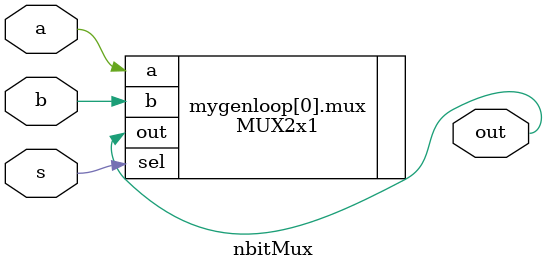
<source format=v>
`timescale 1ns / 1ps
/*******************************************************************
*
* Module: MUX2x1_32bits.v
* Project: femtoRV32
* Author(s): Abdelhakim Badawy  - abdelhakimbadawy@aucegypt.edu
*            Marwan Eid         - marwanadel99@aucegypt.edu
*            Mohammed Abuelwafa - mohammedabuelwafa@aucegypt.edu
* Description: A verilog module for a 32-bit 2x1 multiplexer for the 2nd input of the ALU
*
* Change history: 10/23/19 - Added to the project
*
**********************************************************************/

module nbitMux #(parameter n = 1)(
input[n-1:0] a, b,
input s,
output[n-1:0] out
); // changed n to n-1 in a , b ; 
    genvar i;
    generate
    for (i=0; i<n; i=i+1)
        begin: mygenloop
            MUX2x1 mux(.sel(s), .a(a[i]), .b(b[i]), .out(out[i]));
        end
    endgenerate
endmodule

</source>
